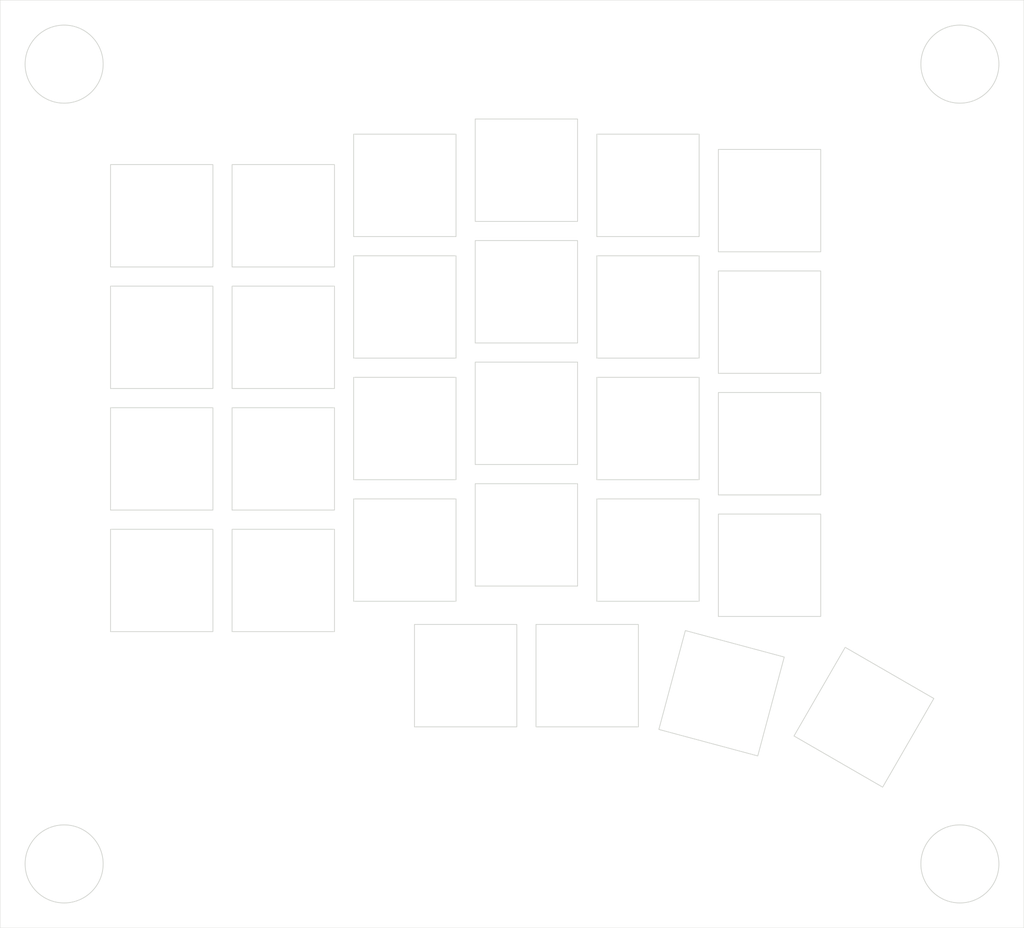
<source format=kicad_pcb>
(kicad_pcb (version 20221018) (generator pcbnew)
  (title_block (title "Corne EEC") (date "2023-06-22") (rev "1.0") (comment 1 "Copyright © 2023") (comment 2 "MIT License"))
  (layers (0 "F.Cu" signal) (31 "B.Cu" signal) (34 "B.Paste" user) (35 "F.Paste" user) (36 "B.SilkS" user "B.Silkscreen") (37 "F.SilkS" user "F.Silkscreen") (38 "B.Mask" user) (39 "F.Mask" user) (44 "Edge.Cuts" user))
  (net 0 "")
  (footprint "ec_parts:stand_cut" (layer "F.Cu") (at 151.25 38.95 90)
    (fp_text reference "G26" hide)
    (fp_text value "~" hide)
    (fp_rect (start -8 -8) (end 8 8) (stroke (width 0.12)) (fill none) (layer "Edge.Cuts"))
  )
  (footprint "ec_parts:stand_cut" (layer "F.Cu") (at 162.749808 118.325351 -105)
    (fp_text reference "G21" hide)
    (fp_text value "~" hide)
    (fp_rect (start -8 -8) (end 8 8) (stroke (width 0.12)) (fill none) (layer "Edge.Cuts"))
  )
  (footprint "ec_parts:stand_cut" (layer "F.Cu") (at 75.25 62.7 90)
    (fp_text reference "G2" hide)
    (fp_text value "~" hide)
    (fp_rect (start -8 -8) (end 8 8) (stroke (width 0.12)) (fill none) (layer "Edge.Cuts"))
  )
  (footprint "ec_parts:stand_cut" (layer "F.Cu") (at 132.25 55.575 90)
    (fp_text reference "G11" hide)
    (fp_text value "~" hide)
    (fp_rect (start -8 -8) (end 8 8) (stroke (width 0.12)) (fill none) (layer "Edge.Cuts"))
  )
  (footprint "ec_parts:MountingHole_6.1mm_M6_edge_cut" (layer "F.Cu") (at 200 20)
    (fp_text reference "H2" hide)
    (fp_text value "MountingHole" hide)
    (fp_circle (center 0 0) (end 6.1 0) (stroke (width 0.12)) (fill none) (layer "Edge.Cuts"))
  )
  (footprint "ec_parts:stand_cut" (layer "F.Cu") (at 151.25 95.95 90)
    (fp_text reference "G16" hide)
    (fp_text value "~" hide)
    (fp_rect (start -8 -8) (end 8 8) (stroke (width 0.12)) (fill none) (layer "Edge.Cuts"))
  )
  (footprint "ec_parts:stand_cut" (layer "F.Cu") (at 132.25 74.575 90)
    (fp_text reference "G12" hide)
    (fp_text value "~" hide)
    (fp_rect (start -8 -8) (end 8 8) (stroke (width 0.12)) (fill none) (layer "Edge.Cuts"))
  )
  (footprint "ec_parts:MountingHole_6.1mm_M6_edge_cut" (layer "F.Cu") (at 200 145)
    (fp_text reference "H4" hide)
    (fp_text value "MountingHole" hide)
    (fp_circle (center 0 0) (end 6.1 0) (stroke (width 0.12)) (fill none) (layer "Edge.Cuts"))
  )
  (footprint "ec_parts:stand_cut" (layer "F.Cu") (at 151.25 57.95 90)
    (fp_text reference "G14" hide)
    (fp_text value "~" hide)
    (fp_rect (start -8 -8) (end 8 8) (stroke (width 0.12)) (fill none) (layer "Edge.Cuts"))
  )
  (footprint "ec_parts:stand_cut" (layer "F.Cu") (at 170.25 79.325 90)
    (fp_text reference "G18" hide)
    (fp_text value "~" hide)
    (fp_rect (start -8 -8) (end 8 8) (stroke (width 0.12)) (fill none) (layer "Edge.Cuts"))
  )
  (footprint "ec_parts:stand_cut" (layer "F.Cu") (at 113.25 95.95 90)
    (fp_text reference "G10" hide)
    (fp_text value "~" hide)
    (fp_rect (start -8 -8) (end 8 8) (stroke (width 0.12)) (fill none) (layer "Edge.Cuts"))
  )
  (footprint "ec_parts:stand_cut" (layer "F.Cu") (at 170.25 98.325 90)
    (fp_text reference "G19" hide)
    (fp_text value "~" hide)
    (fp_rect (start -8 -8) (end 8 8) (stroke (width 0.12)) (fill none) (layer "Edge.Cuts"))
  )
  (footprint "ec_parts:MountingHole_6.1mm_M6_edge_cut" (layer "F.Cu") (at 60 145)
    (fp_text reference "H3" hide)
    (fp_text value "MountingHole" hide)
    (fp_circle (center 0 0) (end 6.1 0) (stroke (width 0.12)) (fill none) (layer "Edge.Cuts"))
  )
  (footprint "ec_parts:stand_cut" (layer "F.Cu") (at 132.25 93.575 90)
    (fp_text reference "G13" hide)
    (fp_text value "~" hide)
    (fp_rect (start -8 -8) (end 8 8) (stroke (width 0.12)) (fill none) (layer "Edge.Cuts"))
  )
  (footprint "ec_parts:MountingHole_6.1mm_M6_edge_cut" (layer "F.Cu") (at 60 20)
    (fp_text reference "H1" hide)
    (fp_text value "MountingHole" hide)
    (fp_circle (center 0 0) (end 6.1 0) (stroke (width 0.12)) (fill none) (layer "Edge.Cuts"))
  )
  (footprint "ec_parts:stand_cut" (layer "F.Cu") (at 151.25 76.95 90)
    (fp_text reference "G15" hide)
    (fp_text value "~" hide)
    (fp_rect (start -8 -8) (end 8 8) (stroke (width 0.12)) (fill none) (layer "Edge.Cuts"))
  )
  (footprint "ec_parts:stand_cut" (layer "F.Cu") (at 75.25 100.7 90)
    (fp_text reference "G4" hide)
    (fp_text value "~" hide)
    (fp_rect (start -8 -8) (end 8 8) (stroke (width 0.12)) (fill none) (layer "Edge.Cuts"))
  )
  (footprint "ec_parts:stand_cut" (layer "F.Cu") (at 94.25 81.7 90)
    (fp_text reference "G6" hide)
    (fp_text value "~" hide)
    (fp_rect (start -8 -8) (end 8 8) (stroke (width 0.12)) (fill none) (layer "Edge.Cuts"))
  )
  (footprint "ec_parts:stand_cut" (layer "F.Cu") (at 75.25 43.7 90)
    (fp_text reference "G1" hide)
    (fp_text value "~" hide)
    (fp_rect (start -8 -8) (end 8 8) (stroke (width 0.12)) (fill none) (layer "Edge.Cuts"))
  )
  (footprint "ec_parts:stand_cut" (layer "F.Cu") (at 141.75 115.575)
    (fp_text reference "G20" hide)
    (fp_text value "~" hide)
    (fp_rect (start -8 -8) (end 8 8) (stroke (width 0.12)) (fill none) (layer "Edge.Cuts"))
  )
  (footprint "ec_parts:stand_cut" (layer "F.Cu") (at 94.25 62.7 90)
    (fp_text reference "G5" hide)
    (fp_text value "~" hide)
    (fp_rect (start -8 -8) (end 8 8) (stroke (width 0.12)) (fill none) (layer "Edge.Cuts"))
  )
  (footprint "ec_parts:stand_cut" (layer "F.Cu") (at 75.25 81.7 90)
    (fp_text reference "G3" hide)
    (fp_text value "~" hide)
    (fp_rect (start -8 -8) (end 8 8) (stroke (width 0.12)) (fill none) (layer "Edge.Cuts"))
  )
  (footprint "ec_parts:stand_cut" (layer "F.Cu") (at 113.25 38.95 90)
    (fp_text reference "G24" hide)
    (fp_text value "~" hide)
    (fp_rect (start -8 -8) (end 8 8) (stroke (width 0.12)) (fill none) (layer "Edge.Cuts"))
  )
  (footprint "ec_parts:stand_cut" (layer "F.Cu") (at 170.25 60.325 90)
    (fp_text reference "G17" hide)
    (fp_text value "~" hide)
    (fp_rect (start -8 -8) (end 8 8) (stroke (width 0.12)) (fill none) (layer "Edge.Cuts"))
  )
  (footprint "ec_parts:stand_cut" (layer "F.Cu") (at 94.25 43.7 90)
    (fp_text reference "G23" hide)
    (fp_text value "~" hide)
    (fp_rect (start -8 -8) (end 8 8) (stroke (width 0.12)) (fill none) (layer "Edge.Cuts"))
  )
  (footprint "ec_parts:stand_cut" (layer "F.Cu") (at 170.25 41.325 90)
    (fp_text reference "G27" hide)
    (fp_text value "~" hide)
    (fp_rect (start -8 -8) (end 8 8) (stroke (width 0.12)) (fill none) (layer "Edge.Cuts"))
  )
  (footprint "ec_parts:stand_cut" (layer "F.Cu") (at 184.999999 122.075543 60)
    (fp_text reference "G22" hide)
    (fp_text value "~" hide)
    (fp_rect (start -8 -8) (end 8 8) (stroke (width 0.12)) (fill none) (layer "Edge.Cuts"))
  )
  (footprint "ec_parts:stand_cut" (layer "F.Cu") (at 113.25 57.95 90)
    (fp_text reference "G8" hide)
    (fp_text value "~" hide)
    (fp_rect (start -8 -8) (end 8 8) (stroke (width 0.12)) (fill none) (layer "Edge.Cuts"))
  )
  (footprint "ec_parts:stand_cut" (layer "F.Cu") (at 113.25 76.95 90)
    (fp_text reference "G9" hide)
    (fp_text value "~" hide)
    (fp_rect (start -8 -8) (end 8 8) (stroke (width 0.12)) (fill none) (layer "Edge.Cuts"))
  )
  (footprint "ec_parts:stand_cut" (layer "F.Cu") (at 94.25 100.7 90)
    (fp_text reference "G7" hide)
    (fp_text value "~" hide)
    (fp_rect (start -8 -8) (end 8 8) (stroke (width 0.12)) (fill none) (layer "Edge.Cuts"))
  )
  (footprint "ec_parts:stand_cut" (layer "F.Cu") (at 132.25 36.575 90)
    (fp_text reference "G25" hide)
    (fp_text value "~" hide)
    (fp_rect (start -8 -8) (end 8 8) (stroke (width 0.12)) (fill none) (layer "Edge.Cuts"))
  )
  (footprint "ec_parts:stand_cut" (layer "B.Cu") (at 122.75 115.575)
    (fp_text reference "G28" hide)
    (fp_text value "~" hide)
    (fp_rect (start -8 8) (end 8 -8) (stroke (width 0.12)) (fill none) (layer "Edge.Cuts"))
  )
  (gr_rect (start 50 10) (end 210 155) (stroke (width 0.05)) (fill none) (layer "Edge.Cuts"))
)
</source>
